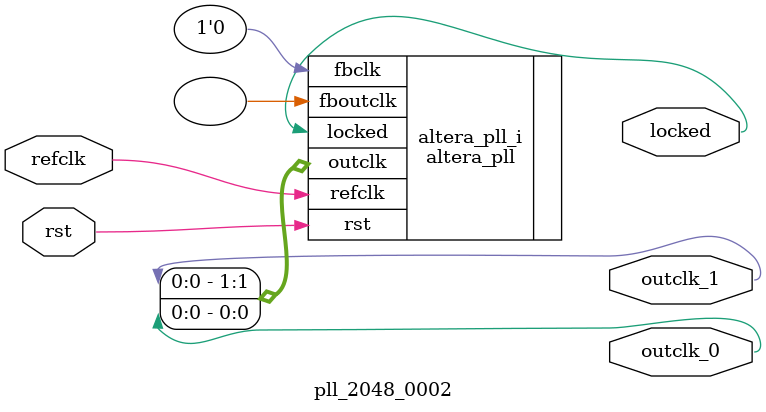
<source format=v>
`timescale 1ns/10ps
module  pll_2048_0002(

	// interface 'refclk'
	input wire refclk,

	// interface 'reset'
	input wire rst,

	// interface 'outclk0'
	output wire outclk_0,

	// interface 'outclk1'
	output wire outclk_1,

	// interface 'locked'
	output wire locked
);

	altera_pll #(
		.fractional_vco_multiplier("false"),
		.reference_clock_frequency("50.0 MHz"),
		.operation_mode("direct"),
		.number_of_clocks(2),
		.output_clock_frequency0("25.175644 MHz"),
		.phase_shift0("0 ps"),
		.duty_cycle0(50),
		.output_clock_frequency1("2.999441 MHz"),
		.phase_shift1("0 ps"),
		.duty_cycle1(50),
		.output_clock_frequency2("0 MHz"),
		.phase_shift2("0 ps"),
		.duty_cycle2(50),
		.output_clock_frequency3("0 MHz"),
		.phase_shift3("0 ps"),
		.duty_cycle3(50),
		.output_clock_frequency4("0 MHz"),
		.phase_shift4("0 ps"),
		.duty_cycle4(50),
		.output_clock_frequency5("0 MHz"),
		.phase_shift5("0 ps"),
		.duty_cycle5(50),
		.output_clock_frequency6("0 MHz"),
		.phase_shift6("0 ps"),
		.duty_cycle6(50),
		.output_clock_frequency7("0 MHz"),
		.phase_shift7("0 ps"),
		.duty_cycle7(50),
		.output_clock_frequency8("0 MHz"),
		.phase_shift8("0 ps"),
		.duty_cycle8(50),
		.output_clock_frequency9("0 MHz"),
		.phase_shift9("0 ps"),
		.duty_cycle9(50),
		.output_clock_frequency10("0 MHz"),
		.phase_shift10("0 ps"),
		.duty_cycle10(50),
		.output_clock_frequency11("0 MHz"),
		.phase_shift11("0 ps"),
		.duty_cycle11(50),
		.output_clock_frequency12("0 MHz"),
		.phase_shift12("0 ps"),
		.duty_cycle12(50),
		.output_clock_frequency13("0 MHz"),
		.phase_shift13("0 ps"),
		.duty_cycle13(50),
		.output_clock_frequency14("0 MHz"),
		.phase_shift14("0 ps"),
		.duty_cycle14(50),
		.output_clock_frequency15("0 MHz"),
		.phase_shift15("0 ps"),
		.duty_cycle15(50),
		.output_clock_frequency16("0 MHz"),
		.phase_shift16("0 ps"),
		.duty_cycle16(50),
		.output_clock_frequency17("0 MHz"),
		.phase_shift17("0 ps"),
		.duty_cycle17(50),
		.pll_type("General"),
		.pll_subtype("General")
	) altera_pll_i (
		.rst	(rst),
		.outclk	({outclk_1, outclk_0}),
		.locked	(locked),
		.fboutclk	( ),
		.fbclk	(1'b0),
		.refclk	(refclk)
	);
endmodule


</source>
